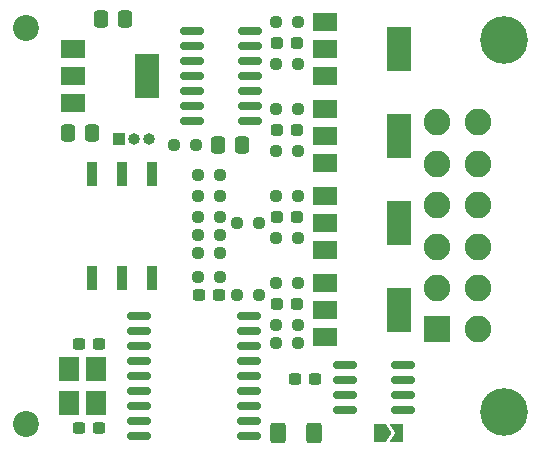
<source format=gts>
%TF.GenerationSoftware,KiCad,Pcbnew,(6.0.1)*%
%TF.CreationDate,2023-02-26T19:23:05-08:00*%
%TF.ProjectId,CAN-Digital-Output-12V,43414e2d-4469-4676-9974-616c2d4f7574,rev?*%
%TF.SameCoordinates,Original*%
%TF.FileFunction,Soldermask,Top*%
%TF.FilePolarity,Negative*%
%FSLAX46Y46*%
G04 Gerber Fmt 4.6, Leading zero omitted, Abs format (unit mm)*
G04 Created by KiCad (PCBNEW (6.0.1)) date 2023-02-26 19:23:05*
%MOMM*%
%LPD*%
G01*
G04 APERTURE LIST*
G04 Aperture macros list*
%AMRoundRect*
0 Rectangle with rounded corners*
0 $1 Rounding radius*
0 $2 $3 $4 $5 $6 $7 $8 $9 X,Y pos of 4 corners*
0 Add a 4 corners polygon primitive as box body*
4,1,4,$2,$3,$4,$5,$6,$7,$8,$9,$2,$3,0*
0 Add four circle primitives for the rounded corners*
1,1,$1+$1,$2,$3*
1,1,$1+$1,$4,$5*
1,1,$1+$1,$6,$7*
1,1,$1+$1,$8,$9*
0 Add four rect primitives between the rounded corners*
20,1,$1+$1,$2,$3,$4,$5,0*
20,1,$1+$1,$4,$5,$6,$7,0*
20,1,$1+$1,$6,$7,$8,$9,0*
20,1,$1+$1,$8,$9,$2,$3,0*%
%AMFreePoly0*
4,1,6,1.000000,0.000000,0.500000,-0.750000,-0.500000,-0.750000,-0.500000,0.750000,0.500000,0.750000,1.000000,0.000000,1.000000,0.000000,$1*%
%AMFreePoly1*
4,1,6,0.500000,-0.750000,-0.650000,-0.750000,-0.150000,0.000000,-0.650000,0.750000,0.500000,0.750000,0.500000,-0.750000,0.500000,-0.750000,$1*%
G04 Aperture macros list end*
%ADD10R,2.000000X1.500000*%
%ADD11R,2.000000X3.800000*%
%ADD12RoundRect,0.237500X-0.250000X-0.237500X0.250000X-0.237500X0.250000X0.237500X-0.250000X0.237500X0*%
%ADD13R,0.900000X2.000000*%
%ADD14R,1.800000X2.100000*%
%ADD15RoundRect,0.250000X0.337500X0.475000X-0.337500X0.475000X-0.337500X-0.475000X0.337500X-0.475000X0*%
%ADD16RoundRect,0.237500X0.250000X0.237500X-0.250000X0.237500X-0.250000X-0.237500X0.250000X-0.237500X0*%
%ADD17RoundRect,0.237500X0.287500X0.237500X-0.287500X0.237500X-0.287500X-0.237500X0.287500X-0.237500X0*%
%ADD18C,4.050000*%
%ADD19R,2.250000X2.250000*%
%ADD20C,2.250000*%
%ADD21C,2.200000*%
%ADD22RoundRect,0.150000X-0.875000X-0.150000X0.875000X-0.150000X0.875000X0.150000X-0.875000X0.150000X0*%
%ADD23RoundRect,0.150000X0.825000X0.150000X-0.825000X0.150000X-0.825000X-0.150000X0.825000X-0.150000X0*%
%ADD24RoundRect,0.237500X0.300000X0.237500X-0.300000X0.237500X-0.300000X-0.237500X0.300000X-0.237500X0*%
%ADD25R,1.000000X1.000000*%
%ADD26O,1.000000X1.000000*%
%ADD27RoundRect,0.237500X-0.300000X-0.237500X0.300000X-0.237500X0.300000X0.237500X-0.300000X0.237500X0*%
%ADD28RoundRect,0.250000X-0.337500X-0.475000X0.337500X-0.475000X0.337500X0.475000X-0.337500X0.475000X0*%
%ADD29RoundRect,0.150000X-0.825000X-0.150000X0.825000X-0.150000X0.825000X0.150000X-0.825000X0.150000X0*%
%ADD30FreePoly0,0.000000*%
%ADD31FreePoly1,0.000000*%
%ADD32RoundRect,0.250000X-0.400000X-0.625000X0.400000X-0.625000X0.400000X0.625000X-0.400000X0.625000X0*%
G04 APERTURE END LIST*
D10*
%TO.C,U1*%
X144678000Y-86854000D03*
X144678000Y-89154000D03*
D11*
X150978000Y-89154000D03*
D10*
X144678000Y-91454000D03*
%TD*%
D12*
%TO.C,R9*%
X161901500Y-99314000D03*
X163726500Y-99314000D03*
%TD*%
D13*
%TO.C,S1*%
X148844000Y-97454000D03*
X146304000Y-97454000D03*
X146304000Y-106254000D03*
X148844000Y-106254000D03*
X151384000Y-106254000D03*
X151384000Y-97454000D03*
%TD*%
D14*
%TO.C,Y1*%
X146692000Y-116869022D03*
X146692000Y-113969022D03*
X144392000Y-113969022D03*
X144392000Y-116869022D03*
%TD*%
D15*
%TO.C,C7*%
X159025500Y-94996000D03*
X156950500Y-94996000D03*
%TD*%
D12*
%TO.C,R6*%
X161901500Y-84582000D03*
X163726500Y-84582000D03*
%TD*%
D16*
%TO.C,R18*%
X157122500Y-102616000D03*
X155297500Y-102616000D03*
%TD*%
D10*
%TO.C,U6*%
X166014000Y-91934000D03*
X166014000Y-94234000D03*
X166014000Y-96534000D03*
D11*
X172314000Y-94234000D03*
%TD*%
D17*
%TO.C,D3*%
X163689000Y-101092000D03*
X161939000Y-101092000D03*
%TD*%
D12*
%TO.C,R11*%
X161901500Y-88138000D03*
X163726500Y-88138000D03*
%TD*%
D17*
%TO.C,D1*%
X163689000Y-86360000D03*
X161939000Y-86360000D03*
%TD*%
D18*
%TO.C,J4*%
X181208000Y-86104000D03*
X181208000Y-117604000D03*
D19*
X175508000Y-110604000D03*
D20*
X175508000Y-107104000D03*
X175508000Y-103604000D03*
X175508000Y-100104000D03*
X175508000Y-96604000D03*
X175508000Y-93104000D03*
X179008000Y-110604000D03*
X179008000Y-107104000D03*
X179008000Y-103604000D03*
X179008000Y-100104000D03*
X179008000Y-96604000D03*
X179008000Y-93104000D03*
%TD*%
D10*
%TO.C,U4*%
X166014000Y-84568000D03*
X166014000Y-86868000D03*
X166014000Y-89168000D03*
D11*
X172314000Y-86868000D03*
%TD*%
D12*
%TO.C,R7*%
X153265500Y-94996000D03*
X155090500Y-94996000D03*
%TD*%
%TO.C,R8*%
X161901500Y-91948000D03*
X163726500Y-91948000D03*
%TD*%
%TO.C,R2*%
X155297500Y-106172000D03*
X157122500Y-106172000D03*
%TD*%
D21*
%TO.C,H2*%
X140716000Y-118618000D03*
%TD*%
D22*
%TO.C,U5*%
X150290000Y-109474000D03*
X150290000Y-110744000D03*
X150290000Y-112014000D03*
X150290000Y-113284000D03*
X150290000Y-114554000D03*
X150290000Y-115824000D03*
X150290000Y-117094000D03*
X150290000Y-118364000D03*
X150290000Y-119634000D03*
X159590000Y-119634000D03*
X159590000Y-118364000D03*
X159590000Y-117094000D03*
X159590000Y-115824000D03*
X159590000Y-114554000D03*
X159590000Y-113284000D03*
X159590000Y-112014000D03*
X159590000Y-110744000D03*
X159590000Y-109474000D03*
%TD*%
D12*
%TO.C,R14*%
X161901500Y-110236000D03*
X163726500Y-110236000D03*
%TD*%
D23*
%TO.C,U3*%
X159701000Y-92964000D03*
X159701000Y-91694000D03*
X159701000Y-90424000D03*
X159701000Y-89154000D03*
X159701000Y-87884000D03*
X159701000Y-86614000D03*
X159701000Y-85344000D03*
X154751000Y-85344000D03*
X154751000Y-86614000D03*
X154751000Y-87884000D03*
X154751000Y-89154000D03*
X154751000Y-90424000D03*
X154751000Y-91694000D03*
X154751000Y-92964000D03*
%TD*%
D12*
%TO.C,R1*%
X155297500Y-104140000D03*
X157122500Y-104140000D03*
%TD*%
D24*
%TO.C,C4*%
X146912500Y-118975022D03*
X145187500Y-118975022D03*
%TD*%
D10*
%TO.C,U8*%
X166014000Y-106666000D03*
X166014000Y-108966000D03*
X166014000Y-111266000D03*
D11*
X172314000Y-108966000D03*
%TD*%
D12*
%TO.C,R3*%
X161901500Y-111760000D03*
X163726500Y-111760000D03*
%TD*%
D25*
%TO.C,J3*%
X148585000Y-94488000D03*
D26*
X149855000Y-94488000D03*
X151125000Y-94488000D03*
%TD*%
D21*
%TO.C,H1*%
X140716000Y-85090000D03*
%TD*%
D24*
%TO.C,C6*%
X157072500Y-107696000D03*
X155347500Y-107696000D03*
%TD*%
D17*
%TO.C,D4*%
X163689000Y-108458000D03*
X161939000Y-108458000D03*
%TD*%
D16*
%TO.C,R4*%
X160424500Y-107696000D03*
X158599500Y-107696000D03*
%TD*%
%TO.C,R19*%
X160424500Y-101600000D03*
X158599500Y-101600000D03*
%TD*%
D27*
%TO.C,C5*%
X145187500Y-111863022D03*
X146912500Y-111863022D03*
%TD*%
D15*
%TO.C,C2*%
X149119500Y-84328000D03*
X147044500Y-84328000D03*
%TD*%
D12*
%TO.C,R10*%
X161901500Y-106680000D03*
X163726500Y-106680000D03*
%TD*%
D28*
%TO.C,C1*%
X144250500Y-93980000D03*
X146325500Y-93980000D03*
%TD*%
D29*
%TO.C,U2*%
X167705000Y-113665000D03*
X167705000Y-114935000D03*
X167705000Y-116205000D03*
X167705000Y-117475000D03*
X172655000Y-117475000D03*
X172655000Y-116205000D03*
X172655000Y-114935000D03*
X172655000Y-113665000D03*
%TD*%
D17*
%TO.C,D2*%
X163689000Y-93726000D03*
X161939000Y-93726000D03*
%TD*%
D30*
%TO.C,JP1*%
X170725000Y-119380000D03*
D31*
X172175000Y-119380000D03*
%TD*%
D12*
%TO.C,R12*%
X161901500Y-95504000D03*
X163726500Y-95504000D03*
%TD*%
D16*
%TO.C,R15*%
X157122500Y-97536000D03*
X155297500Y-97536000D03*
%TD*%
%TO.C,R16*%
X157122500Y-99314000D03*
X155297500Y-99314000D03*
%TD*%
D32*
%TO.C,R5*%
X162026000Y-119380000D03*
X165126000Y-119380000D03*
%TD*%
D10*
%TO.C,U7*%
X166014000Y-99300000D03*
X166014000Y-101600000D03*
X166014000Y-103900000D03*
D11*
X172314000Y-101600000D03*
%TD*%
D16*
%TO.C,R17*%
X157122500Y-101092000D03*
X155297500Y-101092000D03*
%TD*%
D27*
%TO.C,C3*%
X163475500Y-114808000D03*
X165200500Y-114808000D03*
%TD*%
D12*
%TO.C,R13*%
X161901500Y-102870000D03*
X163726500Y-102870000D03*
%TD*%
M02*

</source>
